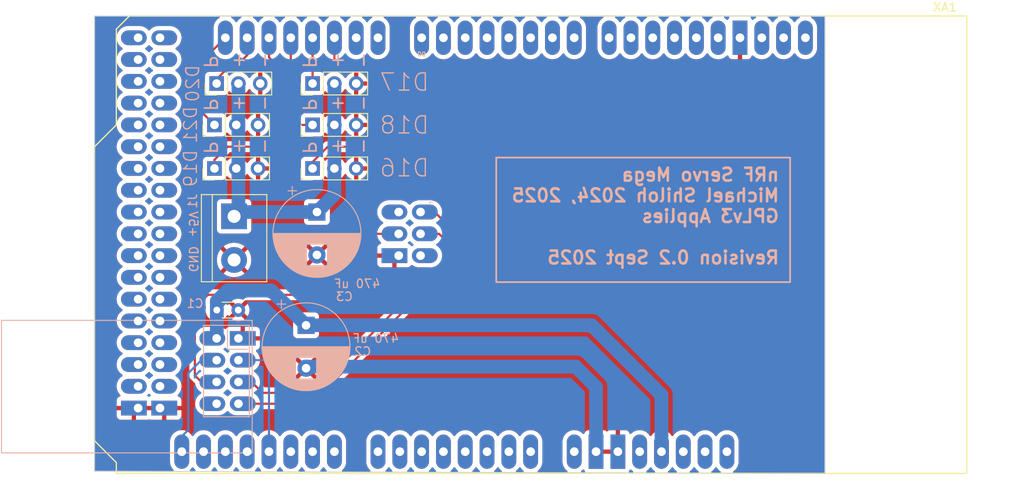
<source format=kicad_pcb>
(kicad_pcb (version 20240108) (generator "pcbnew") (generator_version "8.0")
  (layers (0 "F.Cu" signal) (31 "B.Cu" signal) (34 "B.Paste" user) (35 "F.Paste" user) (36 "B.SilkS" user "B.Silkscreen") (37 "F.SilkS" user "F.Silkscreen") (38 "B.Mask" user) (39 "F.Mask" user) (44 "Edge.Cuts" user))
  (net 0 "")
  (net 46 "Net-(U1-MISO)")
  (net 47 "Net-(U1-MOSI)")
  (net 56 "Net-(J1-Pin_1)")
  (net 57 "+3.3V")
  (net 71 "GND")
  (net 79 "Net-(U1-SCK)")
  (net 80 "Net-(U1-CE)")
  (net 81 "Net-(U1-~{CSN})")
  (net 82 "Net-(M3-PWM)")
  (net 83 "Net-(M2-PWM)")
  (net 84 "Net-(M1-PWM)")
  (net 85 "Net-(M5-PWM)")
  (net 86 "Net-(M6-PWM)")
  (net 87 "Net-(M4-PWM)")
  (footprint "Connector_PinHeader_2.54mm:PinHeader_1x03_P2.54mm_Vertical" (layer "F.Cu") (at 39.37 30.48 90)
    (property "Reference" "D21" (at 0 -2.794 270) (layer "B.SilkS") (effects (font (size 1.5 1.5)) (justify mirror)))
    (property "Value" "Motor_Servo" (hide yes))
    (pad "1" thru_hole rect (at 0 0 90) (size 1.7 1.7) (drill 1) (layers "*.Cu" "*.Mask") (net 83 "Net-(M2-PWM)"))
    (pad "2" thru_hole oval (at 0 2.54 90) (size 1.7 1.7) (drill 1) (layers "*.Cu" "*.Mask") (net 56 "Net-(J1-Pin_1)"))
    (pad "3" thru_hole oval (at 0 5.08 90) (size 1.7 1.7) (drill 1) (layers "*.Cu" "*.Mask") (net 71 "GND"))
  )
  (footprint "TerminalBlock:TerminalBlock_bornier-2_P5.08mm" (layer "F.Cu") (at 41.656 41.148 -90)
    (property "Reference" "J1" (at -1.778 4.826 -90) (layer "B.SilkS") (effects (justify mirror)))
    (property "Value" "Screw_Terminal_01x02" (hide yes))
    (pad "1" thru_hole rect (at 0 0 270) (size 3 3) (drill 1.52) (layers "*.Cu" "*.Mask") (net 56 "Net-(J1-Pin_1)"))
    (pad "2" thru_hole circle (at 5.08 0 270) (size 3 3) (drill 1.52) (layers "*.Cu" "*.Mask") (net 71 "GND"))
  )
  (footprint "Connector_PinHeader_2.54mm:PinHeader_1x03_P2.54mm_Vertical" (layer "F.Cu") (at 39.37 35.56 90)
    (property "Reference" "D19" (at 0 -2.794 90) (layer "B.SilkS") (effects (font (size 1.5 1.5)) (justify mirror)))
    (property "Value" "Motor_Servo" (hide yes))
    (pad "1" thru_hole rect (at 0 0 90) (size 1.7 1.7) (drill 1) (layers "*.Cu" "*.Mask") (net 84 "Net-(M1-PWM)"))
    (pad "2" thru_hole oval (at 0 2.54 90) (size 1.7 1.7) (drill 1) (layers "*.Cu" "*.Mask") (net 56 "Net-(J1-Pin_1)"))
    (pad "3" thru_hole oval (at 0 5.08 90) (size 1.7 1.7) (drill 1) (layers "*.Cu" "*.Mask") (net 71 "GND"))
  )
  (footprint "Connector_PinHeader_2.54mm:PinHeader_1x03_P2.54mm_Vertical" (layer "F.Cu") (at 50.8 25.654 90)
    (property "Reference" "D17" (at 0.154 10.7 180) (layer "B.SilkS") (effects (font (size 2 2)) (justify mirror)))
    (property "Value" "Motor_Servo" (hide yes))
    (pad "1" thru_hole rect (at 0 0 90) (size 1.7 1.7) (drill 1) (layers "*.Cu" "*.Mask") (net 86 "Net-(M6-PWM)"))
    (pad "2" thru_hole oval (at 0 2.54 90) (size 1.7 1.7) (drill 1) (layers "*.Cu" "*.Mask") (net 56 "Net-(J1-Pin_1)"))
    (pad "3" thru_hole oval (at 0 5.08 90) (size 1.7 1.7) (drill 1) (layers "*.Cu" "*.Mask") (net 71 "GND"))
  )
  (footprint "Connector_PinHeader_2.54mm:PinHeader_1x03_P2.54mm_Vertical" (layer "F.Cu") (at 50.8 30.48 90)
    (property "Reference" "D18" (at -0.02 10.7 180) (layer "B.SilkS") (effects (font (size 2 2)) (justify mirror)))
    (property "Value" "Motor_Servo" (hide yes))
    (pad "1" thru_hole rect (at 0 0 90) (size 1.7 1.7) (drill 1) (layers "*.Cu" "*.Mask") (net 85 "Net-(M5-PWM)"))
    (pad "2" thru_hole oval (at 0 2.54 90) (size 1.7 1.7) (drill 1) (layers "*.Cu" "*.Mask") (net 56 "Net-(J1-Pin_1)"))
    (pad "3" thru_hole oval (at 0 5.08 90) (size 1.7 1.7) (drill 1) (layers "*.Cu" "*.Mask") (net 71 "GND"))
  )
  (footprint "Connector_PinHeader_2.54mm:PinHeader_1x03_P2.54mm_Vertical" (layer "F.Cu") (at 50.8 35.56 90)
    (property "Reference" "D16" (at 0.06 10.7 180) (layer "B.SilkS") (effects (font (size 2 2)) (justify mirror)))
    (property "Value" "Motor_Servo" (hide yes))
    (pad "1" thru_hole rect (at 0 0 90) (size 1.7 1.7) (drill 1) (layers "*.Cu" "*.Mask") (net 87 "Net-(M4-PWM)"))
    (pad "2" thru_hole oval (at 0 2.54 90) (size 1.7 1.7) (drill 1) (layers "*.Cu" "*.Mask") (net 56 "Net-(J1-Pin_1)"))
    (pad "3" thru_hole oval (at 0 5.08 90) (size 1.7 1.7) (drill 1) (layers "*.Cu" "*.Mask") (net 71 "GND"))
  )
  (footprint "Capacitor_THT:C_Disc_D3.0mm_W1.6mm_P2.50mm" (layer "F.Cu") (at 39.644 52.07)
    (property "Reference" "C1" (at -2.54 -0.762 180) (layer "B.SilkS") (effects (justify mirror)))
    (property "Value" ".1 uF")
    (pad "1" thru_hole circle (at 0 0) (size 1.6 1.6) (drill 0.8) (layers "*.Cu" "*.Mask") (net 57 "+3.3V"))
    (pad "2" thru_hole circle (at 2.5 0) (size 1.6 1.6) (drill 0.8) (layers "*.Cu" "*.Mask") (net 71 "GND"))
  )
  (footprint "Connector_PinHeader_2.54mm:PinHeader_1x03_P2.54mm_Vertical" (layer "F.Cu") (at 39.624 25.654 90)
    (property "Reference" "M3" (hide yes))
    (property "Value" "Motor_Servo" (hide yes))
    (fp_text user "D20" (at 0 -2.794 90) (layer "B.SilkS") (effects (font (size 1.5 1.5)) (justify mirror)))
    (pad "1" thru_hole rect (at 0 0 90) (size 1.7 1.7) (drill 1) (layers "*.Cu" "*.Mask") (net 82 "Net-(M3-PWM)"))
    (pad "2" thru_hole oval (at 0 2.54 90) (size 1.7 1.7) (drill 1) (layers "*.Cu" "*.Mask") (net 56 "Net-(J1-Pin_1)"))
    (pad "3" thru_hole oval (at 0 5.08 90) (size 1.7 1.7) (drill 1) (layers "*.Cu" "*.Mask") (net 71 "GND"))
  )
  (footprint "arduino-library:Arduino_Mega2560_Shield" (layer "B.Cu") (at 127 71.12 180)
    (property "Reference" "XA1" (at 2.54 54.356 0) (layer "F.SilkS"))
    (property "Value" "Arduino_Mega2560_Shield")
    (fp_text user "D0" (at 63.5 48.895 0) (layer "B.SilkS") (effects (font (size 0.5 0.5) (thickness 0.075)) (justify mirror)))
    (fp_text user "." (at 62.484 32.004 0) (layer "B.SilkS") (effects (justify mirror)))
    (fp_text user "." (at 62.484 32.004 0) (layer "F.SilkS") (effects (justify mirror)))
    (fp_text user "D0" (at 63.5 48.895 0) (layer "F.SilkS") (effects (font (size 0.5 0.5) (thickness 0.075))))
    (pad "3V3" thru_hole oval (at 35.56 2.54 180) (size 1.7272 4) (drill 1.016) (layers "*.Cu" "*.Mask") (net 57 "+3.3V"))
    (pad "4" thru_hole oval (at 27.94 2.54 180) (size 1.7272 4) (drill 1.016) (layers "*.Cu" "*.Mask"))
    (pad "5V1" thru_hole oval (at 38.1 2.54 180) (size 1.7272 4) (drill 1.016) (layers "*.Cu" "*.Mask"))
    (pad "5V2" thru_hole oval (at 66.167 30.48 180) (size 3 1.7272) (drill 1.016 (offset 0.5 0)) (layers "*.Cu" "*.Mask"))
    (pad "5V3" thru_hole oval (at 93.98 50.8 180) (size 3 1.7272) (drill 1.016 (offset -0.5 0)) (layers "*.Cu" "*.Mask"))
    (pad "5V4" thru_hole oval (at 96.52 50.8 180) (size 3 1.7272) (drill 1.016 (offset 0.5 0)) (layers "*.Cu" "*.Mask"))
    (pad "A0" thru_hole oval (at 50.8 2.54 180) (size 1.7272 4) (drill 1.016) (layers "*.Cu" "*.Mask"))
    (pad "A1" thru_hole oval (at 53.34 2.54 180) (size 1.7272 4) (drill 1.016) (layers "*.Cu" "*.Mask"))
    (pad "A2" thru_hole oval (at 55.88 2.54 180) (size 1.7272 4) (drill 1.016) (layers "*.Cu" "*.Mask"))
    (pad "A3" thru_hole oval (at 58.42 2.54 180) (size 1.7272 4) (drill 1.016) (layers "*.Cu" "*.Mask"))
    (pad "A4" thru_hole oval (at 60.96 2.54 180) (size 1.7272 4) (drill 1.016) (layers "*.Cu" "*.Mask"))
    (pad "A5" thru_hole oval (at 63.5 2.54 180) (size 1.7272 4) (drill 1.016) (layers "*.Cu" "*.Mask"))
    (pad "A6" thru_hole oval (at 66.04 2.54 180) (size 1.7272 4) (drill 1.016) (layers "*.Cu" "*.Mask"))
    (pad "A7" thru_hole oval (at 68.58 2.54 180) (size 1.7272 4) (drill 1.016) (layers "*.Cu" "*.Mask"))
    (pad "A8" thru_hole oval (at 73.66 2.54 180) (size 1.7272 4) (drill 1.016) (layers "*.Cu" "*.Mask"))
    (pad "A9" thru_hole oval (at 76.2 2.54 180) (size 1.7272 4) (drill 1.016) (layers "*.Cu" "*.Mask"))
    (pad "A10" thru_hole oval (at 78.74 2.54 180) (size 1.7272 4) (drill 1.016) (layers "*.Cu" "*.Mask"))
    (pad "A11" thru_hole oval (at 81.28 2.54 180) (size 1.7272 4) (drill 1.016) (layers "*.Cu" "*.Mask") (net 80 "Net-(U1-CE)"))
    (pad "A12" thru_hole oval (at 83.82 2.54 180) (size 1.7272 4) (drill 1.016) (layers "*.Cu" "*.Mask"))
    (pad "A13" thru_hole oval (at 86.36 2.54 180) (size 1.7272 4) (drill 1.016) (layers "*.Cu" "*.Mask"))
    (pad "A14" thru_hole oval (at 88.9 2.54 180) (size 1.7272 4) (drill 1.016) (layers "*.Cu" "*.Mask"))
    (pad "A15" thru_hole oval (at 91.44 2.54 180) (size 1.7272 4) (drill 1.016) (layers "*.Cu" "*.Mask") (net 81 "Net-(U1-~{CSN})"))
    (pad "AREF" thru_hole oval (at 23.876 50.8 180) (size 1.7272 4) (drill 1.016) (layers "*.Cu" "*.Mask"))
    (pad "D0" thru_hole oval (at 63.5 50.8 180) (size 1.7272 4) (drill 1.016) (layers "*.Cu" "*.Mask"))
    (pad "D1" thru_hole oval (at 60.96 50.8 180) (size 1.7272 4) (drill 1.016) (layers "*.Cu" "*.Mask"))
    (pad "D2" thru_hole oval (at 58.42 50.8 180) (size 1.7272 4) (drill 1.016) (layers "*.Cu" "*.Mask"))
    (pad "D3" thru_hole oval (at 55.88 50.8 180) (size 1.7272 4) (drill 1.016) (layers "*.Cu" "*.Mask"))
    (pad "D4" thru_hole oval (at 53.34 50.8 180) (size 1.7272 4) (drill 1.016) (layers "*.Cu" "*.Mask"))
    (pad "D5" thru_hole oval (at 50.8 50.8 180) (size 1.7272 4) (drill 1.016) (layers "*.Cu" "*.Mask"))
    (pad "D6" thru_hole oval (at 48.26 50.8 180) (size 1.7272 4) (drill 1.016) (layers "*.Cu" "*.Mask"))
    (pad "D7" thru_hole oval (at 45.72 50.8 180) (size 1.7272 4) (drill 1.016) (layers "*.Cu" "*.Mask"))
    (pad "D8" thru_hole oval (at 41.656 50.8 180) (size 1.7272 4) (drill 1.016) (layers "*.Cu" "*.Mask"))
    (pad "D9" thru_hole oval (at 39.116 50.8 180) (size 1.7272 4) (drill 1.016) (layers "*.Cu" "*.Mask"))
    (pad "D10" thru_hole oval (at 36.576 50.8 180) (size 1.7272 4) (drill 1.016) (layers "*.Cu" "*.Mask"))
    (pad "D11" thru_hole oval (at 34.036 50.8 180) (size 1.7272 4) (drill 1.016) (layers "*.Cu" "*.Mask"))
    (pad "D12" thru_hole oval (at 31.496 50.8 180) (size 1.7272 4) (drill 1.016) (layers "*.Cu" "*.Mask"))
    (pad "D13" thru_hole oval (at 28.956 50.8 180) (size 1.7272 4) (drill 1.016) (layers "*.Cu" "*.Mask"))
    (pad "D14" thru_hole oval (at 68.58 50.8 180) (size 1.7272 4) (drill 1.016) (layers "*.Cu" "*.Mask"))
    (pad "D15" thru_hole oval (at 71.12 50.8 180) (size 1.7272 4) (drill 1.016) (layers "*.Cu" "*.Mask"))
    (pad "D16" thru_hole oval (at 73.66 50.8 180) (size 1.7272 4) (drill 1.016) (layers "*.Cu" "*.Mask") (net 87 "Net-(M4-PWM)"))
    (pad "D17" thru_hole oval (at 76.2 50.8 180) (size 1.7272 4) (drill 1.016) (layers "*.Cu" "*.Mask") (net 86 "Net-(M6-PWM)"))
    (pad "D18" thru_hole oval (at 78.74 50.8 180) (size 1.7272 4) (drill 1.016) (layers "*.Cu" "*.Mask") (net 85 "Net-(M5-PWM)"))
    (pad "D19" thru_hole oval (at 81.28 50.8 180) (size 1.7272 4) (drill 1.016) (layers "*.Cu" "*.Mask") (net 84 "Net-(M1-PWM)"))
    (pad "D20" thru_hole oval (at 83.82 50.8 180) (size 1.7272 4) (drill 1.016) (layers "*.Cu" "*.Mask") (net 82 "Net-(M3-PWM)"))
    (pad "D21" thru_hole oval (at 86.36 50.8 180) (size 1.7272 4) (drill 1.016) (layers "*.Cu" "*.Mask") (net 83 "Net-(M2-PWM)"))
    (pad "D22" thru_hole oval (at 93.98 48.26 180) (size 3 1.7272) (drill 1.016 (offset -0.5 0)) (layers "*.Cu" "*.Mask"))
    (pad "D23" thru_hole oval (at 96.52 48.26 180) (size 3 1.7272) (drill 1.016 (offset 0.5 0)) (layers "*.Cu" "*.Mask"))
    (pad "D24" thru_hole oval (at 93.98 45.72 180) (size 3 1.7272) (drill 1.016 (offset -0.5 0)) (layers "*.Cu" "*.Mask"))
    (pad "D25" thru_hole oval (at 96.52 45.72 180) (size 3 1.7272) (drill 1.016 (offset 0.5 0)) (layers "*.Cu" "*.Mask"))
    (pad "D26" thru_hole oval (at 93.98 43.18 180) (size 3 1.7272) (drill 1.016 (offset -0.5 0)) (layers "*.Cu" "*.Mask"))
    (pad "D27" thru_hole oval (at 96.52 43.18 180) (size 3 1.7272) (drill 1.016 (offset 0.5 0)) (layers "*.Cu" "*.Mask"))
    (pad "D28" thru_hole oval (at 93.98 40.64 180) (size 3 1.7272) (drill 1.016 (offset -0.5 0)) (layers "*.Cu" "*.Mask"))
    (pad "D29" thru_hole oval (at 96.52 40.64 180) (size 3 1.7272) (drill 1.016 (offset 0.5 0)) (layers "*.Cu" "*.Mask"))
    (pad "D30" thru_hole oval (at 93.98 38.1 180) (size 3 1.7272) (drill 1.016 (offset -0.5 0)) (layers "*.Cu" "*.Mask"))
    (pad "D31" thru_hole oval (at 96.52 38.1 180) (size 3 1.7272) (drill 1.016 (offset 0.5 0)) (layers "*.Cu" "*.Mask"))
    (pad "D32" thru_hole oval (at 93.98 35.56 180) (size 3 1.7272) (drill 1.016 (offset -0.5 0)) (layers "*.Cu" "*.Mask"))
    (pad "D33" thru_hole oval (at 96.52 35.56 180) (size 3 1.7272) (drill 1.016 (offset 0.5 0)) (layers "*.Cu" "*.Mask"))
    (pad "D34" thru_hole oval (at 93.98 33.02 180) (size 3 1.7272) (drill 1.016 (offset -0.5 0)) (layers "*.Cu" "*.Mask"))
    (pad "D35" thru_hole oval (at 96.52 33.02 180) (size 3 1.7272) (drill 1.016 (offset 0.5 0)) (layers "*.Cu" "*.Mask"))
    (pad "D36" thru_hole oval (at 93.98 30.48 180) (size 3 1.7272) (drill 1.016 (offset -0.5 0)) (layers "*.Cu" "*.Mask"))
    (pad "D37" thru_hole oval (at 96.52 30.48 180) (size 3 1.7272) (drill 1.016 (offset 0.5 0)) (layers "*.Cu" "*.Mask"))
    (pad "D38" thru_hole oval (at 93.98 27.94 180) (size 3 1.7272) (drill 1.016 (offset -0.5 0)) (layers "*.Cu" "*.Mask"))
    (pad "D39" thru_hole oval (at 96.52 27.94 180) (size 3 1.7272) (drill 1.016 (offset 0.5 0)) (layers "*.Cu" "*.Mask"))
    (pad "D40" thru_hole oval (at 93.98 25.4 180) (size 3 1.7272) (drill 1.016 (offset -0.5 0)) (layers "*.Cu" "*.Mask"))
    (pad "D41" thru_hole oval (at 96.52 25.4 180) (size 3 1.7272) (drill 1.016 (offset 0.5 0)) (layers "*.Cu" "*.Mask"))
    (pad "D42" thru_hole oval (at 93.98 22.86 180) (size 3 1.7272) (drill 1.016 (offset -0.5 0)) (layers "*.Cu" "*.Mask"))
    (pad "D43" thru_hole oval (at 96.52 22.86 180) (size 3 1.7272) (drill 1.016 (offset 0.5 0)) (layers "*.Cu" "*.Mask"))
    (pad "D44" thru_hole oval (at 93.98 20.32 180) (size 3 1.7272) (drill 1.016 (offset -0.5 0)) (layers "*.Cu" "*.Mask"))
    (pad "D45" thru_hole oval (at 96.52 20.32 180) (size 3 1.7272) (drill 1.016 (offset 0.5 0)) (layers "*.Cu" "*.Mask"))
    (pad "D46" thru_hole oval (at 93.98 17.78 180) (size 3 1.7272) (drill 1.016 (offset -0.5 0)) (layers "*.Cu" "*.Mask"))
    (pad "D47" thru_hole oval (at 96.52 17.78 180) (size 3 1.7272) (drill 1.016 (offset 0.5 0)) (layers "*.Cu" "*.Mask"))
    (pad "D48" thru_hole oval (at 93.98 15.24 180) (size 3 1.7272) (drill 1.016 (offset -0.5 0)) (layers "*.Cu" "*.Mask"))
    (pad "D49" thru_hole oval (at 96.52 15.24 180) (size 3 1.7272) (drill 1.016 (offset 0.5 0)) (layers "*.Cu" "*.Mask"))
    (pad "D50" thru_hole oval (at 93.98 12.7 180) (size 3 1.7272) (drill 1.016 (offset -0.5 0)) (layers "*.Cu" "*.Mask"))
    (pad "D51" thru_hole oval (at 96.52 12.7 180) (size 3 1.7272) (drill 1.016 (offset 0.5 0)) (layers "*.Cu" "*.Mask"))
    (pad "D52" thru_hole oval (at 93.98 10.16 180) (size 3 1.7272) (drill 1.016 (offset -0.5 0)) (layers "*.Cu" "*.Mask"))
    (pad "D53" thru_hole oval (at 96.52 10.16 180) (size 3 1.7272) (drill 1.016 (offset 0.5 0)) (layers "*.Cu" "*.Mask"))
    (pad "GND1" thru_hole rect (at 26.416 50.8 180) (size 1.7272 4) (drill 1.016) (layers "*.Cu" "*.Mask") (net 71 "GND"))
    (pad "GND2" thru_hole rect (at 40.64 2.54 180) (size 1.7272 4) (drill 1.016) (layers "*.Cu" "*.Mask") (net 71 "GND"))
    (pad "GND3" thru_hole rect (at 43.18 2.54 180) (size 1.7272 4) (drill 1.016) (layers "*.Cu" "*.Mask") (net 71 "GND"))
    (pad "GND4" thru_hole rect (at 66.167 25.4 180) (size 3 1.7272) (drill 1.016 (offset 0.5 0)) (layers "*.Cu" "*.Mask") (net 71 "GND"))
    (pad "GND5" thru_hole rect (at 93.98 7.62 180) (size 3 1.7272) (drill 1.016 (offset -0.5 0)) (layers "*.Cu" "*.Mask") (net 71 "GND"))
    (pad "GND6" thru_hole rect (at 96.52 7.62 180) (size 3 1.7272) (drill 1.016 (offset 0.5 0)) (layers "*.Cu" "*.Mask") (net 71 "GND"))
    (pad "IORF" thru_hole oval (at 30.48 2.54 180) (size 1.7272 4) (drill 1.016) (layers "*.Cu" "*.Mask"))
    (pad "MISO" thru_hole oval (at 63.627 30.48 180) (size 3 1.7272) (drill 1.016 (offset -0.5 0)) (layers "*.Cu" "*.Mask") (net 46 "Net-(U1-MISO)"))
    (pad "MOSI" thru_hole oval (at 66.167 27.94 180) (size 3 1.7272) (drill 1.016 (offset 0.5 0)) (layers "*.Cu" "*.Mask") (net 47 "Net-(U1-MOSI)"))
    (pad "RST1" thru_hole oval (at 33.02 2.54 180) (size 1.7272 4) (drill 1.016) (layers "*.Cu" "*.Mask"))
    (pad "RST2" thru_hole oval (at 63.627 25.4 180) (size 3 1.7272) (drill 1.016 (offset -0.5 0)) (layers "*.Cu" "*.Mask"))
    (pad "SCK" thru_hole oval (at 63.627 27.94 180) (size 3 1.7272) (drill 1.016 (offset -0.5 0)) (layers "*.Cu" "*.Mask") (net 79 "Net-(U1-SCK)"))
    (pad "SCL" thru_hole oval (at 18.796 50.8 180) (size 1.7272 4) (drill 1.016) (layers "*.Cu" "*.Mask"))
    (pad "SDA" thru_hole oval (at 21.336 50.8 180) (size 1.7272 4) (drill 1.016) (layers "*.Cu" "*.Mask"))
    (pad "VIN" thru_hole oval (at 45.72 2.54 180) (size 1.7272 4) (drill 1.016) (layers "*.Cu" "*.Mask"))
  )
  (footprint "Capacitor_THT:CP_Radial_D10.0mm_P5.00mm" (layer "B.Cu") (at 50.038 53.848 -90)
    (property "Reference" "C2" (at 3.048 -6.604 0) (layer "B.SilkS") (effects (justify mirror)))
    (property "Value" "470 uF" (at 1.524 -8.128 0) (layer "B.SilkS") (effects (justify mirror)))
    (pad "1" thru_hole rect (at 0 0 270) (size 2 2) (drill 1) (layers "*.Cu" "*.Mask") (net 57 "+3.3V"))
    (pad "2" thru_hole circle (at 5 0 270) (size 2 2) (drill 1) (layers "*.Cu" "*.Mask") (net 71 "GND"))
  )
  (footprint "RF_Module:nRF24L01_Breakout" (layer "B.Cu") (at 42.164 55.372 180)
    (property "Reference" "U1" (hide yes))
    (property "Value" "NRF24L01_Breakout")
    (pad "1" thru_hole rect (at 0 0 180) (size 3 1.7) (drill 1 (offset -0.5 0)) (layers "*.Cu" "*.Mask") (net 71 "GND"))
    (pad "2" thru_hole oval (at 2.54 0 180) (size 3 1.7) (drill 1 (offset 0.5 0)) (layers "*.Cu" "*.Mask") (net 57 "+3.3V"))
    (pad "3" thru_hole oval (at 0 -2.54 180) (size 3 1.7) (drill 1 (offset -0.5 0)) (layers "*.Cu" "*.Mask") (net 80 "Net-(U1-CE)"))
    (pad "4" thru_hole oval (at 2.54 -2.54 180) (size 3 1.7) (drill 1 (offset 0.5 0)) (layers "*.Cu" "*.Mask") (net 81 "Net-(U1-~{CSN})"))
    (pad "5" thru_hole oval (at 0 -5.08 180) (size 3 1.7) (drill 1 (offset -0.5 0)) (layers "*.Cu" "*.Mask") (net 79 "Net-(U1-SCK)"))
    (pad "6" thru_hole oval (at 2.54 -5.08 180) (size 3 1.7) (drill 1 (offset 0.5 0)) (layers "*.Cu" "*.Mask") (net 47 "Net-(U1-MOSI)"))
    (pad "7" thru_hole oval (at 0 -7.62 180) (size 3 1.7) (drill 1 (offset -0.5 0)) (layers "*.Cu" "*.Mask") (net 46 "Net-(U1-MISO)"))
    (pad "8" thru_hole oval (at 2.54 -7.62 180) (size 3 1.7) (drill 1 (offset 0.5 0)) (layers "*.Cu" "*.Mask"))
  )
  (footprint "Capacitor_THT:CP_Radial_D10.0mm_P5.00mm" (layer "B.Cu") (at 51.308 40.64 -90)
    (property "Reference" "C3" (at 9.86 -3.192 0) (layer "B.SilkS") (effects (justify mirror)))
    (property "Value" "470 uF" (at 8.36 -4.692 180) (layer "B.SilkS") (effects (justify mirror)))
    (pad "1" thru_hole rect (at 0 0 270) (size 2 2) (drill 1) (layers "*.Cu" "*.Mask") (net 56 "Net-(J1-Pin_1)"))
    (pad "2" thru_hole circle (at 5 0 270) (size 2 2) (drill 1) (layers "*.Cu" "*.Mask") (net 71 "GND"))
  )
  (gr_line (start 25.4 70.866) (end 25.4 17.78) (stroke (width 0.1)) (layer "Edge.Cuts"))
  (gr_line (start 25.4 17.78) (end 110.49 17.78) (stroke (width 0.1)) (layer "Edge.Cuts"))
  (gr_line (start 110.49 17.78) (end 110.49 71.12) (stroke (width 0.1)) (layer "Edge.Cuts"))
  (gr_line (start 110.49 71.12) (end 25.4 70.866) (stroke (width 0.1)) (layer "Edge.Cuts"))
  (gr_text "GND" (at 36.322 47.752 -90) (layer "B.SilkS") (effects (font (size 1 1)) (justify left bottom mirror)))
  (gr_text "+" (at 53 34 270) (layer "B.SilkS") (effects (font (size 1.5 1.5) (thickness 0.2)) (justify left bottom mirror)))
  (gr_text "-" (at 44.5 34 270) (layer "B.SilkS") (effects (font (size 1.5 1.5) (thickness 0.2)) (justify left bottom mirror)))
  (gr_text "+" (at 41.5 34 270) (layer "B.SilkS") (effects (font (size 1.5 1.5) (thickness 0.2)) (justify left bottom mirror)))
  (gr_text "P" (at 49.5 24 270) (layer "B.SilkS") (effects (font (size 1.5 1.5) (thickness 0.2)) (justify left bottom mirror)))
  (gr_text "P" (at 38 24 270) (layer "B.SilkS") (effects (font (size 1.5 1.5) (thickness 0.2)) (justify left bottom mirror)))
  (gr_text "-" (at 56 29 270) (layer "B.SilkS") (effects (font (size 1.5 1.5) (thickness 0.2)) (justify left bottom mirror)))
  (gr_text "-" (at 56 24 270) (layer "B.SilkS") (effects (font (size 1.5 1.5) (thickness 0.2)) (justify left bottom mirror)))
  (gr_text "P" (at 49.5 34 270) (layer "B.SilkS") (effects (font (size 1.5 1.5) (thickness 0.2)) (justify left bottom mirror)))
  (gr_text "+" (at 41.5 29 270) (layer "B.SilkS") (effects (font (size 1.5 1.5) (thickness 0.2)) (justify left bottom mirror)))
  (gr_text "-" (at 44.5 24 270) (layer "B.SilkS") (effects (font (size 1.5 1.5) (thickness 0.2)) (justify left bottom mirror)))
  (gr_text "-" (at 44.5 29 270) (layer "B.SilkS") (effects (font (size 1.5 1.5) (thickness 0.2)) (justify left bottom mirror)))
  (gr_text "P" (at 38 29 270) (layer "B.SilkS") (effects (font (size 1.5 1.5) (thickness 0.2)) (justify left bottom mirror)))
  (gr_text "+5V" (at 36.322 43.688 -90) (layer "B.SilkS") (effects (font (size 1 1)) (justify left bottom mirror)))
  (gr_text "-" (at 56 34 270) (layer "B.SilkS") (effects (font (size 1.5 1.5) (thickness 0.2)) (justify left bottom mirror)))
  (gr_text "P" (at 49.5 29 270) (layer "B.SilkS") (effects (font (size 1.5 1.5) (thickness 0.2)) (justify left bottom mirror)))
  (gr_text "+" (at 53 24 270) (layer "B.SilkS") (effects (font (size 1.5 1.5) (thickness 0.2)) (justify left bottom mirror)))
  (gr_text "+" (at 41.5 24 270) (layer "B.SilkS") (effects (font (size 1.5 1.5) (thickness 0.2)) (justify left bottom mirror)))
  (gr_text "+" (at 53 29 270) (layer "B.SilkS") (effects (font (size 1.5 1.5) (thickness 0.2)) (justify left bottom mirror)))
  (gr_text "P" (at 38 34 270) (layer "B.SilkS") (effects (font (size 1.5 1.5) (thickness 0.2)) (justify left bottom mirror)))
  (gr_text_box "nRF Servo Mega\nMichael Shiloh 2024, 2025\nGPLv3 Applies\n\nRevision 0.2 Sept 2025\n" (start 72.192 34.29) (end 106.426 48.808) (layer "B.SilkS") (effects (font (size 1.5 1.5) (thickness 0.3) (bold yes)) (justify left top mirror)) (border yes) (stroke (width 0.2)))
  (segment (start 50.621167 62.992) (end 67.31 46.303167) (width 0.25) (layer "F.Cu") (net 46))
  (segment (start 67.31 46.303167) (end 67.31 42.926) (width 0.25) (layer "F.Cu") (net 46))
  (segment (start 67.31 42.926) (end 65.024 40.64) (width 0.25) (layer "F.Cu") (net 46))
  (segment (start 42.164 62.992) (end 50.621167 62.992) (width 0.25) (layer "F.Cu") (net 46))
  (segment (start 65.024 40.64) (end 63.373 40.64) (width 0.25) (layer "F.Cu") (net 46))
  (segment (start 37.084 51.816) (end 37.084 59.69) (width 0.25) (layer "F.Cu") (net 47))
  (segment (start 60.833 43.18) (end 58.056 43.18) (width 0.25) (layer "F.Cu") (net 47))
  (segment (start 50.944 50.292) (end 38.608 50.292) (width 0.25) (layer "F.Cu") (net 47))
  (segment (start 37.084 59.69) (end 37.846 60.452) (width 0.25) (layer "F.Cu") (net 47))
  (segment (start 37.846 60.452) (end 39.624 60.452) (width 0.25) (layer "F.Cu") (net 47))
  (segment (start 58.056 43.18) (end 50.944 50.292) (width 0.25) (layer "F.Cu") (net 47))
  (segment (start 38.608 50.292) (end 37.084 51.816) (width 0.25) (layer "F.Cu") (net 47))
  (segment (start 51.308 40.64) (end 42.164 40.64) (width 1.6) (layer "B.Cu") (net 56))
  (segment (start 42.164 40.64) (end 41.656 41.148) (width 1.6) (layer "B.Cu") (net 56))
  (segment (start 53.34 38.608) (end 51.308 40.64) (width 1.6) (layer "B.Cu") (net 56))
  (segment (start 42.164 25.654) (end 42.164 40.64) (width 1.6) (layer "B.Cu") (net 56))
  (segment (start 53.34 25.654) (end 53.34 38.608) (width 1.6) (layer "B.Cu") (net 56))
  (segment (start 50.038 53.848) (end 45.974 49.784) (width 1.6) (layer "B.Cu") (net 57))
  (segment (start 39.644 52.832) (end 39.644 55.352) (width 1.6) (layer "B.Cu") (net 57))
  (segment (start 45.974 49.784) (end 40.894 49.784) (width 1.6) (layer "B.Cu") (net 57))
  (segment (start 50.038 53.848) (end 83.312 53.848) (width 1.6) (layer "B.Cu") (net 57))
  (segment (start 40.894 49.784) (end 39.644 51.034) (width 1.6) (layer "B.Cu") (net 57))
  (segment (start 83.312 53.848) (end 91.44 61.976) (width 1.6) (layer "B.Cu") (net 57))
  (segment (start 91.44 61.976) (end 91.44 68.58) (width 1.6) (layer "B.Cu") (net 57))
  (segment (start 39.644 55.352) (end 39.624 55.372) (width 1.6) (layer "B.Cu") (net 57))
  (segment (start 39.644 51.034) (end 39.644 52.832) (width 1.6) (layer "B.Cu") (net 57))
  (segment (start 83.82 68.58) (end 83.82 61.722) (width 1.6) (layer "B.Cu") (net 71))
  (segment (start 81.44 58.674) (end 83.82 61.054) (width 1.6) (layer "B.Cu") (net 71))
  (segment (start 83.82 61.054) (end 83.82 61.722) (width 1.6) (layer "B.Cu") (net 71))
  (segment (start 50.038 58.848) (end 50.212 58.674) (width 1.6) (layer "B.Cu") (net 71))
  (segment (start 50.212 58.674) (end 81.44 58.674) (width 1.6) (layer "B.Cu") (net 71))
  (segment (start 44.958 61.722) (end 43.688 60.452) (width 0.25) (layer "F.Cu") (net 79))
  (segment (start 43.688 60.452) (end 42.164 60.452) (width 0.25) (layer "F.Cu") (net 79))
  (segment (start 65.532 43.18) (end 66.548 44.196) (width 0.25) (layer "F.Cu") (net 79))
  (segment (start 50.8 61.722) (end 44.958 61.722) (width 0.25) (layer "F.Cu") (net 79))
  (segment (start 66.548 44.196) (end 66.548 45.974) (width 0.25) (layer "F.Cu") (net 79))
  (segment (start 66.548 45.974) (end 50.8 61.722) (width 0.25) (layer "F.Cu") (net 79))
  (segment (start 63.373 43.18) (end 65.532 43.18) (width 0.25) (layer "F.Cu") (net 79))
  (segment (start 45.212 57.912) (end 45.72 58.42) (width 0.25) (layer "B.Cu") (net 80))
  (segment (start 45.72 58.42) (end 45.72 68.58) (width 0.25) (layer "B.Cu") (net 80))
  (segment (start 42.164 57.912) (end 45.212 57.912) (width 0.25) (layer "B.Cu") (net 80))
  (segment (start 36.322 59.436) (end 36.322 66.04) (width 0.25) (layer "B.Cu") (net 81))
  (segment (start 35.56 66.802) (end 36.322 66.04) (width 0.25) (layer "B.Cu") (net 81))
  (segment (start 39.624 57.912) (end 37.846 57.912) (width 0.25) (layer "B.Cu") (net 81))
  (segment (start 37.846 57.912) (end 36.322 59.436) (width 0.25) (layer "B.Cu") (net 81))
  (segment (start 35.56 68.58) (end 35.56 66.802) (width 0.25) (layer "B.Cu") (net 81))
  (segment (start 41.148 23.622) (end 39.624 25.146) (width 0.25) (layer "F.Cu") (net 82))
  (segment (start 43.18 20.32) (end 43.18 22.352) (width 0.25) (layer "F.Cu") (net 82))
  (segment (start 43.18 22.352) (end 41.91 23.622) (width 0.25) (layer "F.Cu") (net 82))
  (segment (start 41.91 23.622) (end 41.148 23.622) (width 0.25) (layer "F.Cu") (net 82))
  (segment (start 37.338 28.448) (end 37.338 23.622) (width 0.25) (layer "F.Cu") (net 83))
  (segment (start 37.338 23.622) (end 40.64 20.32) (width 0.25) (layer "F.Cu") (net 83))
  (segment (start 39.37 30.48) (end 37.338 28.448) (width 0.25) (layer "F.Cu") (net 83))
  (segment (start 39.37 34.544) (end 40.894 33.02) (width 0.25) (layer "F.Cu") (net 84))
  (segment (start 39.37 35.56) (end 39.37 34.544) (width 0.25) (layer "F.Cu") (net 84))
  (segment (start 46.228 33.02) (end 46.482 32.766) (width 0.25) (layer "F.Cu") (net 84))
  (segment (start 45.72 22.606) (end 46.482 23.368) (width 0.25) (layer "F.Cu") (net 84))
  (segment (start 46.482 32.766) (end 46.482 23.368) (width 0.25) (layer "F.Cu") (net 84))
  (segment (start 45.72 20.32) (end 45.72 22.606) (width 0.25) (layer "F.Cu") (net 84))
  (segment (start 40.894 33.02) (end 46.228 33.02) (width 0.25) (layer "F.Cu") (net 84))
  (segment (start 48.26 29.464) (end 48.26 20.32) (width 0.25) (layer "F.Cu") (net 85))
  (segment (start 50.8 30.48) (end 49.276 30.48) (width 0.25) (layer "F.Cu") (net 85))
  (segment (start 49.276 30.48) (end 48.26 29.464) (width 0.25) (layer "F.Cu") (net 85))
  (segment (start 50.8 20.32) (end 50.8 25.654) (width 0.25) (layer "F.Cu") (net 86))
  (segment (start 52.578 33.02) (end 50.8 34.798) (width 0.25) (layer "F.Cu") (net 87))
  (segment (start 57.658 23.368) (end 58.166 23.876) (width 0.25) (layer "F.Cu") (net 87))
  (segment (start 53.34 22.86) (end 53.848 23.368) (width 0.25) (layer "F.Cu") (net 87))
  (segment (start 50.8 34.798) (end 50.8 35.56) (width 0.25) (layer "F.Cu") (net 87))
  (segment (start 53.34 20.32) (end 53.34 22.86) (width 0.25) (layer "F.Cu") (net 87))
  (segment (start 58.166 23.876) (end 58.166 32.258) (width 0.25) (layer "F.Cu") (net 87))
  (segment (start 57.404 33.02) (end 52.578 33.02) (width 0.25) (layer "F.Cu") (net 87))
  (segment (start 53.848 23.368) (end 57.658 23.368) (width 0.25) (layer "F.Cu") (net 87))
  (segment (start 58.166 32.258) (end 57.404 33.02) (width 0.25) (layer "F.Cu") (net 87))
  (zone (net 71) (net_name "GND") (layer "F.Cu") (priority 6) (connect_pads (clearance 0.508)) (min_thickness 0.25) (fill yes (thermal_gap 0.5) (thermal_bridge_width 0.5))
    (polygon (pts (xy 110.49 17.78) (xy 25.4 17.78) (xy 25.4 71.12) (xy 110.49 71.12)))
  )
  (zone (net 0) (net_name "") (layer "B.Cu") (priority 5) (connect_pads (clearance 0.508)) (min_thickness 0.25) (fill yes (thermal_gap 0.5) (thermal_bridge_width 0.5) (island_removal_mode 1) (island_area_min 10))
    (polygon (pts (xy 110.49 17.78) (xy 25.4 17.78) (xy 25.4 70.866) (xy 110.49 71.12)))
  )
  (zone (net 57) (net_name "+3.3V") (layer "B.Cu") (connect_pads (clearance 0.508)) (min_thickness 0.25) (fill yes (thermal_gap 0.5) (thermal_bridge_width 0.5))
    (polygon (pts (xy 25.4 17.78) (xy 110.49 17.78) (xy 110.49 71.12) (xy 25.4 70.866)))
  )
)
</source>
